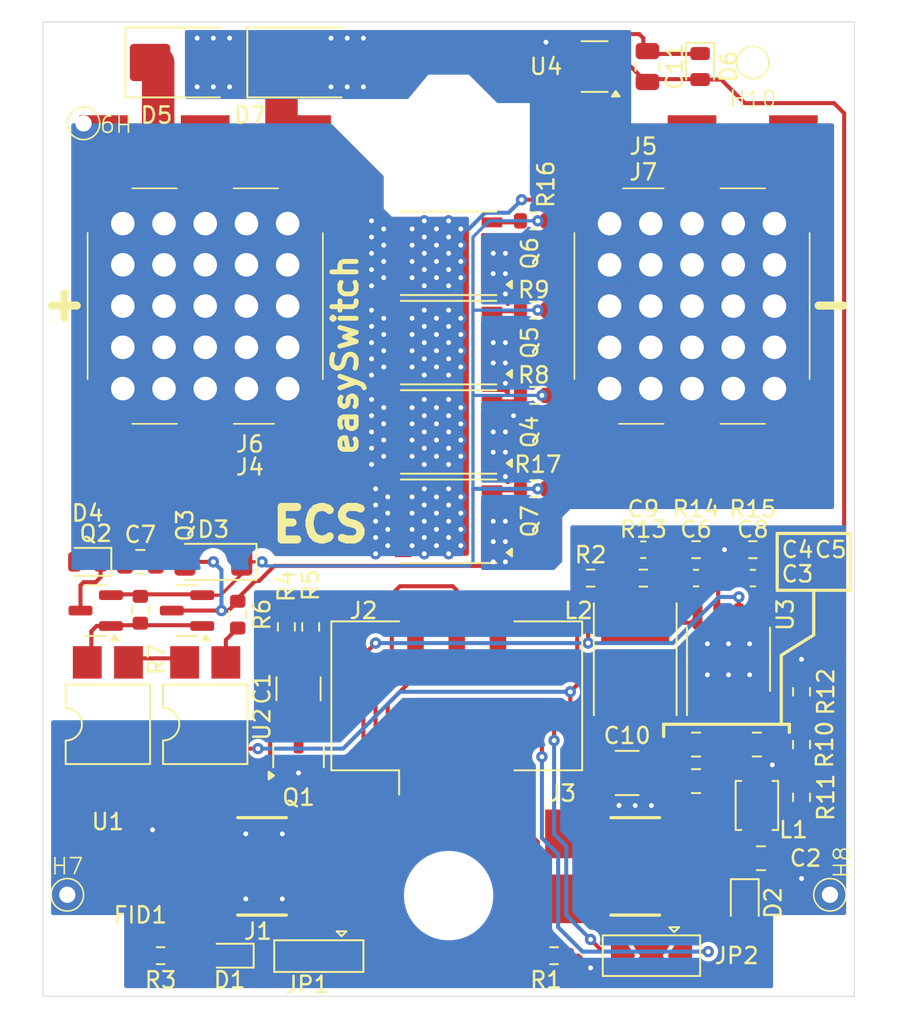
<source format=kicad_pcb>
(kicad_pcb
	(version 20240108)
	(generator "pcbnew")
	(generator_version "8.0")
	(general
		(thickness 1.6)
		(legacy_teardrops no)
	)
	(paper "A4")
	(layers
		(0 "F.Cu" signal)
		(31 "B.Cu" signal)
		(32 "B.Adhes" user "B.Adhesive")
		(33 "F.Adhes" user "F.Adhesive")
		(34 "B.Paste" user)
		(35 "F.Paste" user)
		(36 "B.SilkS" user "B.Silkscreen")
		(37 "F.SilkS" user "F.Silkscreen")
		(38 "B.Mask" user)
		(39 "F.Mask" user)
		(40 "Dwgs.User" user "User.Drawings")
		(41 "Cmts.User" user "User.Comments")
		(42 "Eco1.User" user "User.Eco1")
		(43 "Eco2.User" user "User.Eco2")
		(44 "Edge.Cuts" user)
		(45 "Margin" user)
		(46 "B.CrtYd" user "B.Courtyard")
		(47 "F.CrtYd" user "F.Courtyard")
		(48 "B.Fab" user)
		(49 "F.Fab" user)
		(50 "User.1" user)
		(51 "User.2" user)
		(52 "User.3" user)
		(53 "User.4" user)
		(54 "User.5" user)
		(55 "User.6" user)
		(56 "User.7" user)
		(57 "User.8" user)
		(58 "User.9" user)
	)
	(setup
		(pad_to_mask_clearance 0)
		(allow_soldermask_bridges_in_footprints no)
		(pcbplotparams
			(layerselection 0x00010fc_ffffffff)
			(plot_on_all_layers_selection 0x0000000_00000000)
			(disableapertmacros no)
			(usegerberextensions no)
			(usegerberattributes yes)
			(usegerberadvancedattributes yes)
			(creategerberjobfile yes)
			(dashed_line_dash_ratio 12.000000)
			(dashed_line_gap_ratio 3.000000)
			(svgprecision 4)
			(plotframeref no)
			(viasonmask no)
			(mode 1)
			(useauxorigin no)
			(hpglpennumber 1)
			(hpglpenspeed 20)
			(hpglpendiameter 15.000000)
			(pdf_front_fp_property_popups yes)
			(pdf_back_fp_property_popups yes)
			(dxfpolygonmode yes)
			(dxfimperialunits yes)
			(dxfusepcbnewfont yes)
			(psnegative no)
			(psa4output no)
			(plotreference yes)
			(plotvalue yes)
			(plotfptext yes)
			(plotinvisibletext no)
			(sketchpadsonfab no)
			(subtractmaskfromsilk no)
			(outputformat 1)
			(mirror no)
			(drillshape 1)
			(scaleselection 1)
			(outputdirectory "")
		)
	)
	(net 0 "")
	(net 1 "Net-(D2-K)")
	(net 2 "Net-(U1-Pad3)")
	(net 3 "Net-(U1-Pad2)")
	(net 4 "GND")
	(net 5 "VCC")
	(net 6 "/pgood")
	(net 7 "Net-(Q1-C)")
	(net 8 "Net-(C1-Pad1)")
	(net 9 "Net-(U3-VIN)")
	(net 10 "Net-(U3-BST)")
	(net 11 "Net-(U3-SW)")
	(net 12 "Net-(D4-K)")
	(net 13 "Net-(U3-FB)")
	(net 14 "Net-(C8-Pad1)")
	(net 15 "Net-(D1-K)")
	(net 16 "Net-(D1-A)")
	(net 17 "Net-(D2-A)")
	(net 18 "Net-(J2-Pin_5)")
	(net 19 "Net-(J2-Pin_4)")
	(net 20 "Net-(J2-Pin_3)")
	(net 21 "unconnected-(J2-Pin_6-Pad6)")
	(net 22 "Net-(J2-Pin_1)")
	(net 23 "Net-(J2-Pin_2)")
	(net 24 "Net-(Q2-B)")
	(net 25 "Net-(Q4-G)")
	(net 26 "Net-(Q5-G)")
	(net 27 "Net-(Q6-G)")
	(net 28 "Net-(R6-Pad1)")
	(net 29 "Net-(U3-EN{slash}UVLO)")
	(net 30 "Net-(U3-RON)")
	(net 31 "unconnected-(U4-~{FGD}-Pad1)")
	(net 32 "unconnected-(U4-OFF-Pad3)")
	(net 33 "/sw-")
	(net 34 "/sw+")
	(net 35 "/G")
	(net 36 "Net-(Q7-G)")
	(footprint "myWürthSHFU:WP-SHFU_7461098_HAL" (layer "F.Cu") (at 110 57.5))
	(footprint "Resistor_SMD:R_0603_1608Metric" (layer "F.Cu") (at 137 74.25))
	(footprint "Diode_SMD:D_MicroMELF" (layer "F.Cu") (at 140.5 42.75 -90))
	(footprint "Package_TO_SOT_SMD:TSOT-23-6" (layer "F.Cu") (at 134 42.75 180))
	(footprint "Resistor_SMD:R_0603_1608Metric" (layer "F.Cu") (at 140.25 72.5))
	(footprint "Jumper:SolderJumper-3_P2.0mm_Open_TrianglePad1.0x1.5mm" (layer "F.Cu") (at 137.5 97.5 180))
	(footprint "Package_DIP:SMDIP-4_W7.62mm" (layer "F.Cu") (at 110 83.25 90))
	(footprint "Capacitor_SMD:C_0805_2012Metric" (layer "F.Cu") (at 140.25 86.75 180))
	(footprint "MountingHole:MountingHole_2.7mm_M2.5_DIN965" (layer "F.Cu") (at 102.5 97.5))
	(footprint "Resistor_SMD:R_0603_1608Metric" (layer "F.Cu") (at 116.5 77.25 -90))
	(footprint "myHoles:printer_mounting_holes_1mm" (layer "F.Cu") (at 148.5 93.75))
	(footprint "Package_SO:PowerPAK_SO-8_Single" (layer "F.Cu") (at 125 70.75 180))
	(footprint "Resistor_SMD:R_0603_1608Metric" (layer "F.Cu") (at 107.25 97.5))
	(footprint "Resistor_SMD:R_0603_1608Metric" (layer "F.Cu") (at 112 76.5 90))
	(footprint "Package_TO_SOT_SMD:SOT-23" (layer "F.Cu") (at 103.25 76.25 180))
	(footprint "Resistor_SMD:R_0603_1608Metric" (layer "F.Cu") (at 130.25 63))
	(footprint "Resistor_SMD:R_0603_1608Metric" (layer "F.Cu") (at 130.25 57.75))
	(footprint "Diode_SMD:D_SMB" (layer "F.Cu") (at 108.75 42.5))
	(footprint "Capacitor_SMD:C_0805_2012Metric" (layer "F.Cu") (at 140.25 84.5 180))
	(footprint "LED_SMD:LED_0603_1608Metric" (layer "F.Cu") (at 111.5 97.5 180))
	(footprint "myHoles:printer_mounting_holes_1mm" (layer "F.Cu") (at 101.5 93.75))
	(footprint "Package_SO:PowerPAK_SO-8_Single" (layer "F.Cu") (at 125 54.25 180))
	(footprint "myChineseConnectors:14580S0M5" (layer "F.Cu") (at 140 57.5 -90))
	(footprint "Resistor_SMD:R_0603_1608Metric" (layer "F.Cu") (at 115 77.25 -90))
	(footprint "Resistor_SMD:R_0603_1608Metric" (layer "F.Cu") (at 106 76.2 -90))
	(footprint "myChineseConnectors:14580S0M5" (layer "F.Cu") (at 110 57.5 90))
	(footprint "Connector_IDC:IDC-Header_2x03_P2.54mm_Vertical_SMD" (layer "F.Cu") (at 125.5 81.5 90))
	(footprint "Capacitor_SMD:C_0805_2012Metric" (layer "F.Cu") (at 106 73.25))
	(footprint "Package_TO_SOT_SMD:SOT-23" (layer "F.Cu") (at 108.875 76.25 180))
	(footprint "Resistor_SMD:R_0603_1608Metric" (layer "F.Cu") (at 146.75 87.75 -90))
	(footprint "Jumper:SolderJumper-3_P2.0mm_Open_TrianglePad1.0x1.5mm" (layer "F.Cu") (at 117 97.5 180))
	(footprint "Capacitor_SMD:C_0603_1608Metric" (layer "F.Cu") (at 137 72.5 180))
	(footprint "Package_SO:PowerPAK_SO-8_Single"
		(layer "F.Cu")
		(uuid "7f98b255-3a5d-486f-9851-c1d762762b9b")
		(at 125 65.25 180)
		(descr "PowerPAK SO-8 Single (https://www.vishay.com/docs/71655/powerpak.pdf, https://www.vishay.com/docs/72599/72599.pdf)")
		(tags "PowerPAK SO-8 Single")
		(property "Reference" "Q4"
			(at -5 0 90)
			(layer "F.SilkS")
			(uuid "bb7c8050-9541-412f-a021-6055cb5f3eaf")
			(effects
				(font
					(size 1 1)
					(thickness 0.15)
				)
			)
		)
		(property "Value" "SIR500DP"
			(at 0 3.5 0)
			(layer "F.Fab")
			(uuid "d65774ec-46e1-468b-849f-0e3e95ad7e18")
			(effects
				(font
					(size 1 1)
					(thickness 0.15)
				)
			)
		)
		(property "Footprint" "Package_SO:PowerPAK_SO-8_Single"
			(at 0 0 180)
			(unlocked yes)
			(layer "F.Fab")
			(hide yes)
			(uuid "0d66a38b-9e44-4230-80c7-ea5282ccf4a7")
			(effects
				(font
					(size 1.27 1.27)
					(thickness 0.15)
				)
			)
		)
		(property "Datasheet" "https://www.vishay.com/docs/66840/sir500dp.pdf"
			(at 0 0 180)
			(unlocked yes)
			(layer "F.Fab")
			(hide yes)
			(uuid "9c43d3f6-83d0-4e69-885a-63a02dd75167")
			(effects
				(font
					(size 1.27 1.27)
					(thickness 0.15)
				)
			)
		)
		(property "Description" "SIR500DP-T1-RE3  MOSFET N-CH 30V Vds +16V/-12V Vgs 85,9A (Ta) PowerPAK-SO-8 SMD"
			(at 0 0 180)
			(unlocked yes)
			(layer "F.Fab")
			(hide yes)
			(uuid "f1ddb14f-a94b-4bc3-8c29-dc5bb69846b8")
			(effects
				(font
					(size 1.27 1.27)
					(thickness 0.15)
				)
			)
		)
		(property "ECS Art#" "T157"
			(at 0 0 180)
			(unlocked yes)
			(layer "F.Fab")
			(hide yes)
			(uuid "ecbacb46-98a3-408f-a35a-01ad2a4f625a")
			(effects
				(font
					(size 1 1)
					(thickness 0.15)
				)
			)
		)
		(property "Hersteller" "VISHAY"
			(at 0 0 180)
			(unlocked yes)
			(layer "F.Fab")
			(hide yes)
			(uuid "798aaa92-47f2-4a2d-b261-19609c853311")
			(effects
				(font
					(size 1 1)
					(thickness 0.15)
				)
			)
		)
		(property "HAN" "SIR50DP"
			(at 0 0 180)
			(unlocked yes)
			(layer "F.Fab")
			(hide yes)
			(uuid "c82b76bf-4328-4398-a5d1-bf55bede7240")
			(effects
				(font
					(size 1 1)
					(thickness 0.15)
				)
			)
		)
		(property ki_fp_filters "PowerPAK*SO*Single*")
		(path "/fdce2796-18a2-4e31-a0fa-85a3c94f2b5f")
		(sheetname "Stammblatt")
		(sheetfile "easySwitch.kicad_sch")
		(attr smd)
		(fp_line
			(start -2.945 2.57)
			(end 2.945 2.57)
			(stroke
				(width 0.12)
				(type solid)
			)
			(layer "F.SilkS")
			(uuid "d0171005-8d93-4ecf-a5d9-2c20c85f0d01")
		)
		(fp_line
			(start -2.945 -2.57)
			(end 2.945 -2.57)
			(stroke
				(width 0.12)
				(type solid)
			)
			(layer "F.SilkS")
			(uuid "bd50af0f-f102-41f0-8ebf-d210996a0634")
		)
		(fp_poly
			(pts
				(xy -3.575 -1.925) (xy -3.905 -2.165) (xy -3.905 -1.685) (xy -3.575 -1.925)
			)
			(stroke
				(width 0.12)
				(type solid)
			)
			(fill solid)
			(layer "F.SilkS")
			(uuid "606e87af-100b-486b-9d35-156776053611")
		)
		(fp_line
			(start 3.55 -2.75)
			(end 3.55 2.75)
			(stroke
				(width 0.05)
				(type solid)
			)
			(layer "F.CrtYd")
			(uuid "5cdbfb9d-8caf-47f1-bbf3-cf8be079d489")
		)
		(fp_line
			(start -3.55 2.75)
			(end 3.55 2.75)
			(stroke
				(width 0.05)
				(type solid)
			)
			(layer "F.CrtYd")
			(uuid "485a9174-b973-42af-a297-55dcae71bd64")
		)
		(fp_line
			(start -3.55 -2.75)
			(end 3.55 -2.75)
			(stroke
				(width 0.05)
				(type solid)
			)
			(layer "F.CrtYd")
			(uuid "6bbb398b-018f-40cf
... [326595 chars truncated]
</source>
